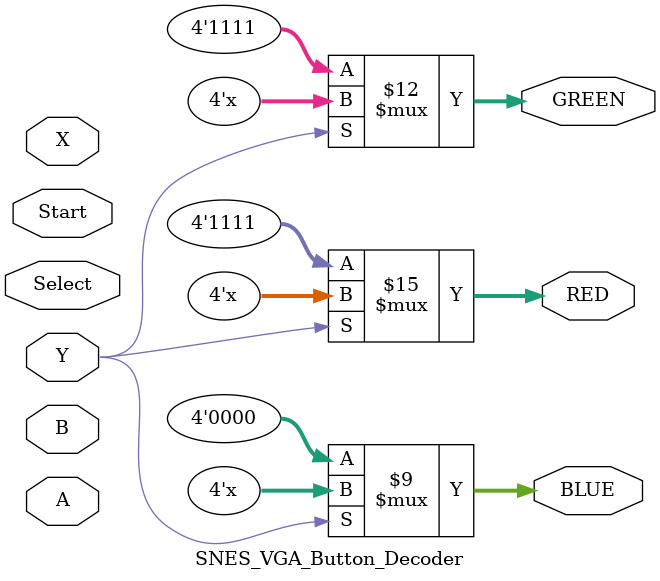
<source format=sv>
/* ******************************************* *
 *                                             *
 * Name: SNES VGA Button Decoder               *
 * Date: June 2, 2020                          *
 * Author: Anthony Kung                        *
 * Author URI: https://hailiga.org/anthonykung *
 *                                             *
 ***********************************************/

module SNES_VGA_Button_Decoder  (input logic Select, Start, A, B, X, Y,
                                   output logic [3:0] RED, GREEN, BLUE);
  
  always @(*)
  begin
  
    if (!Select)
	 begin
	   RED <= 4'd0;
		GREEN <= 4'd0;
		BLUE <= 4'd0;
	 end
	 
	 if (!Start)
	 begin
	   RED <= 4'd15;
		GREEN <= 4'd15;
		BLUE <= 4'd15;
	 end
	 
	 if (!A)
	 begin
	   RED <= 4'd0;
		GREEN <= 4'd15;
		BLUE <= 4'd15;
	 end
	 
	 if (!B)
	 begin
	   RED <= 4'd0;
		GREEN <= 4'd0;
		BLUE <= 4'd15;
	 end
	 
	 if (!X)
	 begin
	   RED <= 4'd0;
		GREEN <= 4'd15;
		BLUE <= 4'd0;
	 end
	 
	 if (!Y)
	 begin
	   RED <= 4'd15;
		GREEN <= 4'd15;
		BLUE <= 4'd0;
	 end
	 
	 else
	 begin
		RED <= RED;
		GREEN <= GREEN;
		BLUE <= BLUE;
    end
	 
	 
  end
  

endmodule

</source>
